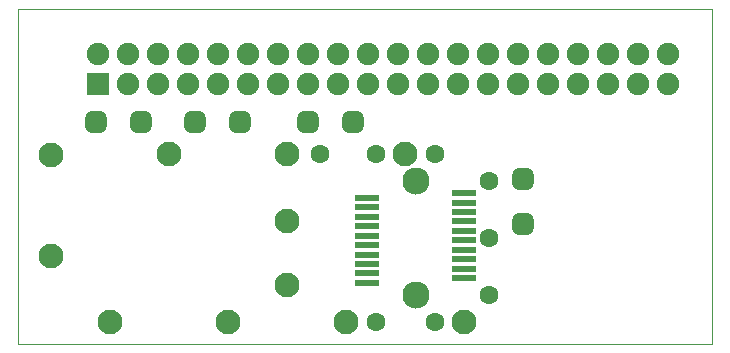
<source format=gts>
%FSLAX23Y23*%
%MOMM*%
%AMPASTRA*
21,1,$5,$6,$1+$12,$2+$13,0*
21,1,$3,$4,$1+$12,$2+$13,0*
1,1,$7,$10+$12,$11+$13*
1,1,$7,$8+$12,$11+$13*
1,1,$7,$10+$12,$9+$13*
1,1,$7,$8+$12,$9+$13*%
%ADD10C,1.9*%
%ADD11R,1.9X1.9*%
%ADD12C,0.2*%
%ADD13PASTRA,0X0X1.9X0.633X0.633X1.9X1.267X-0.317X-0.317X0.317X0.317X0X0*%
%ADD14C,0.16*%
%ADD15R,2.1X0.6*%
%ADD16C,2.3*%
%ADD17C,2.1*%
%ADD18C,1.6*%
%ADD19C,0.24*%
%ADD20C,0.05*%
%LPD*%
G54D10*
X17040Y24380D03*
G54D10*
X19580Y24380D03*
G54D10*
X22120Y24380D03*
G54D10*
X24660Y24380D03*
G54D10*
X27200Y24380D03*
G54D10*
X29740Y24380D03*
G54D10*
X32280Y24380D03*
G54D10*
X34820Y24380D03*
G54D10*
X37360Y24380D03*
G54D10*
X39900Y24380D03*
G54D10*
X42440Y24380D03*
G54D10*
X44980Y24380D03*
G54D10*
X47520Y24380D03*
G54D10*
X50060Y24380D03*
G54D10*
X52600Y24380D03*
G54D10*
X55140Y24380D03*
G54D10*
X57680Y24380D03*
G54D10*
X60220Y24380D03*
G54D10*
X62760Y24380D03*
G54D10*
X65300Y24380D03*
G54D11*
X17040Y21840D03*
G54D10*
X19580Y21840D03*
G54D10*
X22120Y21840D03*
G54D10*
X24660Y21840D03*
G54D10*
X27200Y21840D03*
G54D10*
X29740Y21840D03*
G54D10*
X32280Y21840D03*
G54D10*
X34820Y21840D03*
G54D10*
X37360Y21840D03*
G54D10*
X39900Y21840D03*
G54D10*
X42440Y21840D03*
G54D10*
X44980Y21840D03*
G54D10*
X47520Y21840D03*
G54D10*
X50060Y21840D03*
G54D10*
X52600Y21840D03*
G54D10*
X55140Y21840D03*
G54D10*
X57680Y21840D03*
G54D10*
X60220Y21840D03*
G54D10*
X62760Y21840D03*
G54D10*
X65300Y21840D03*
G54D13*
X53040Y13840D03*
G54D13*
X53040Y10030D03*
G54D13*
X38640Y18640D03*
G54D13*
X34830Y18640D03*
G54D13*
X29040Y18640D03*
G54D13*
X25230Y18640D03*
G54D13*
X20640Y18640D03*
G54D13*
X16830Y18640D03*
G54D15*
X48040Y5440D03*
G54D15*
X48040Y6240D03*
G54D15*
X48040Y7040D03*
G54D15*
X48040Y7840D03*
G54D15*
X48040Y8640D03*
G54D15*
X48040Y9440D03*
G54D15*
X48040Y10240D03*
G54D15*
X48040Y11040D03*
G54D15*
X48040Y11840D03*
G54D15*
X48040Y12640D03*
G54D15*
X39840Y5040D03*
G54D15*
X39840Y5840D03*
G54D15*
X39840Y6640D03*
G54D15*
X39840Y7440D03*
G54D15*
X39840Y8240D03*
G54D15*
X39840Y9040D03*
G54D15*
X39840Y9840D03*
G54D15*
X39840Y10640D03*
G54D15*
X39840Y11440D03*
G54D15*
X39840Y12240D03*
G54D16*
X43940Y4040D03*
G54D16*
X43940Y13640D03*
G54D17*
X43040Y15940D03*
G54D17*
X48040Y1740D03*
G54D17*
X38040Y1740D03*
G54D17*
X33040Y15940D03*
G54D17*
X28040Y1740D03*
G54D17*
X18040Y1740D03*
G54D17*
X23040Y15940D03*
G54D17*
X13040Y15840D03*
G54D17*
X33040Y4840D03*
G54D17*
X33040Y10240D03*
G54D17*
X13040Y7340D03*
G54D18*
X40540Y15940D03*
G54D18*
X45540Y15940D03*
G54D18*
X45540Y1740D03*
G54D18*
X40540Y1740D03*
G54D18*
X35840Y15940D03*
G54D18*
X50140Y13640D03*
G54D18*
X50140Y8840D03*
G54D18*
X50140Y4040D03*
G54D20*
X10240Y28240D02*
X69040Y28240D01*
G54D20*
X69040Y-00160D02*
X69040Y28240D01*
G54D20*
X10240Y-00160D02*
X69040Y-00160D01*
G54D20*
X10240Y28240D02*
X10240Y-00160D01*
M02*

</source>
